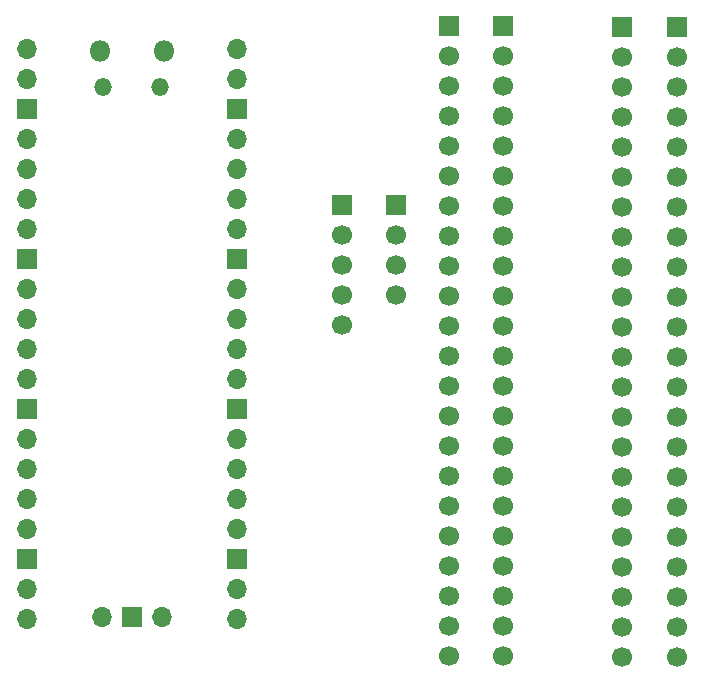
<source format=gbr>
%TF.GenerationSoftware,KiCad,Pcbnew,9.0.3-1.fc42*%
%TF.CreationDate,2025-11-28T05:18:48+00:00*%
%TF.ProjectId,qfp_1mm_44_pin,7166705f-316d-46d5-9f34-345f70696e2e,rev?*%
%TF.SameCoordinates,Original*%
%TF.FileFunction,Soldermask,Bot*%
%TF.FilePolarity,Negative*%
%FSLAX46Y46*%
G04 Gerber Fmt 4.6, Leading zero omitted, Abs format (unit mm)*
G04 Created by KiCad (PCBNEW 9.0.3-1.fc42) date 2025-11-28 05:18:48*
%MOMM*%
%LPD*%
G01*
G04 APERTURE LIST*
%ADD10O,1.700000X1.700000*%
%ADD11R,1.700000X1.700000*%
%ADD12O,1.500000X1.500000*%
%ADD13O,1.800000X1.800000*%
%ADD14C,1.700000*%
G04 APERTURE END LIST*
D10*
%TO.C,U1*%
X96630000Y-103920000D03*
D11*
X94090000Y-103920000D03*
D10*
X91550000Y-103920000D03*
X102980000Y-55890000D03*
X102980000Y-58430000D03*
D11*
X102980000Y-60970000D03*
D10*
X102980000Y-63510000D03*
X102980000Y-66050000D03*
X102980000Y-68590000D03*
X102980000Y-71130000D03*
D11*
X102980000Y-73670000D03*
D10*
X102980000Y-76210000D03*
X102980000Y-78750000D03*
X102980000Y-81290000D03*
X102980000Y-83830000D03*
D11*
X102980000Y-86370000D03*
D10*
X102980000Y-88910000D03*
X102980000Y-91450000D03*
X102980000Y-93990000D03*
X102980000Y-96530000D03*
D11*
X102980000Y-99070000D03*
D10*
X102980000Y-101610000D03*
X102980000Y-104150000D03*
X85200000Y-104150000D03*
X85200000Y-101610000D03*
D11*
X85200000Y-99070000D03*
D10*
X85200000Y-96530000D03*
X85200000Y-93990000D03*
X85200000Y-91450000D03*
X85200000Y-88910000D03*
D11*
X85200000Y-86370000D03*
D10*
X85200000Y-83830000D03*
X85200000Y-81290000D03*
X85200000Y-78750000D03*
X85200000Y-76210000D03*
D11*
X85200000Y-73670000D03*
D10*
X85200000Y-71130000D03*
X85200000Y-68590000D03*
X85200000Y-66050000D03*
X85200000Y-63510000D03*
D11*
X85200000Y-60970000D03*
D10*
X85200000Y-58430000D03*
X85200000Y-55890000D03*
D12*
X96515000Y-59050000D03*
X91665000Y-59050000D03*
D13*
X91365000Y-56020000D03*
X96815000Y-56020000D03*
%TD*%
D11*
%TO.C,J6*%
X111890000Y-69080000D03*
D14*
X111890000Y-71620000D03*
X111890000Y-74160000D03*
X111890000Y-76700000D03*
X111890000Y-79240000D03*
%TD*%
D11*
%TO.C,J5*%
X116480000Y-69080000D03*
D14*
X116480000Y-71620000D03*
X116480000Y-74160000D03*
X116480000Y-76700000D03*
%TD*%
D11*
%TO.C,J4*%
X140210000Y-53960000D03*
D14*
X140210000Y-56500000D03*
X140210000Y-59040000D03*
X140210000Y-61580000D03*
X140210000Y-64120000D03*
X140210000Y-66660000D03*
X140210000Y-69200000D03*
X140210000Y-71740000D03*
X140210000Y-74280000D03*
X140210000Y-76820000D03*
X140210000Y-79360000D03*
X140210000Y-81900000D03*
X140210000Y-84440000D03*
X140210000Y-86980000D03*
X140210000Y-89520000D03*
X140210000Y-92060000D03*
X140210000Y-94600000D03*
X140210000Y-97140000D03*
X140210000Y-99680000D03*
X140210000Y-102220000D03*
X140210000Y-104760000D03*
X140210000Y-107300000D03*
%TD*%
D11*
%TO.C,J3*%
X135620000Y-53960000D03*
D14*
X135620000Y-56500000D03*
X135620000Y-59040000D03*
X135620000Y-61580000D03*
X135620000Y-64120000D03*
X135620000Y-66660000D03*
X135620000Y-69200000D03*
X135620000Y-71740000D03*
X135620000Y-74280000D03*
X135620000Y-76820000D03*
X135620000Y-79360000D03*
X135620000Y-81900000D03*
X135620000Y-84440000D03*
X135620000Y-86980000D03*
X135620000Y-89520000D03*
X135620000Y-92060000D03*
X135620000Y-94600000D03*
X135620000Y-97140000D03*
X135620000Y-99680000D03*
X135620000Y-102220000D03*
X135620000Y-104760000D03*
X135620000Y-107300000D03*
%TD*%
D11*
%TO.C,J2*%
X125520000Y-53900000D03*
D14*
X125520000Y-56440000D03*
X125520000Y-58980000D03*
X125520000Y-61520000D03*
X125520000Y-64060000D03*
X125520000Y-66600000D03*
X125520000Y-69140000D03*
X125520000Y-71680000D03*
X125520000Y-74220000D03*
X125520000Y-76760000D03*
X125520000Y-79300000D03*
X125520000Y-81840000D03*
X125520000Y-84380000D03*
X125520000Y-86920000D03*
X125520000Y-89460000D03*
X125520000Y-92000000D03*
X125520000Y-94540000D03*
X125520000Y-97080000D03*
X125520000Y-99620000D03*
X125520000Y-102160000D03*
X125520000Y-104700000D03*
X125520000Y-107240000D03*
%TD*%
D11*
%TO.C,J1*%
X120930000Y-53900000D03*
D14*
X120930000Y-56440000D03*
X120930000Y-58980000D03*
X120930000Y-61520000D03*
X120930000Y-64060000D03*
X120930000Y-66600000D03*
X120930000Y-69140000D03*
X120930000Y-71680000D03*
X120930000Y-74220000D03*
X120930000Y-76760000D03*
X120930000Y-79300000D03*
X120930000Y-81840000D03*
X120930000Y-84380000D03*
X120930000Y-86920000D03*
X120930000Y-89460000D03*
X120930000Y-92000000D03*
X120930000Y-94540000D03*
X120930000Y-97080000D03*
X120930000Y-99620000D03*
X120930000Y-102160000D03*
X120930000Y-104700000D03*
X120930000Y-107240000D03*
%TD*%
M02*

</source>
